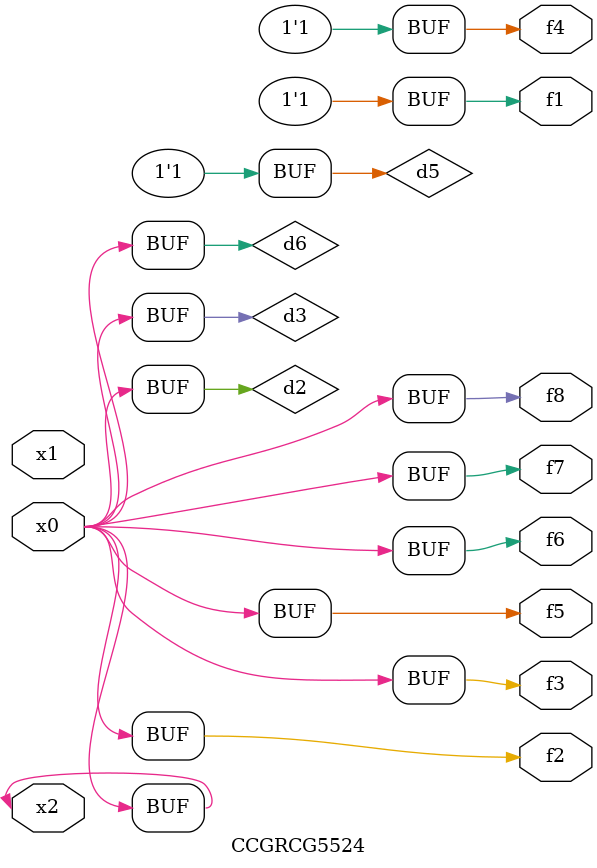
<source format=v>
module CCGRCG5524(
	input x0, x1, x2,
	output f1, f2, f3, f4, f5, f6, f7, f8
);

	wire d1, d2, d3, d4, d5, d6;

	xnor (d1, x2);
	buf (d2, x0, x2);
	and (d3, x0);
	xnor (d4, x1, x2);
	nand (d5, d1, d3);
	buf (d6, d2, d3);
	assign f1 = d5;
	assign f2 = d6;
	assign f3 = d6;
	assign f4 = d5;
	assign f5 = d6;
	assign f6 = d6;
	assign f7 = d6;
	assign f8 = d6;
endmodule

</source>
